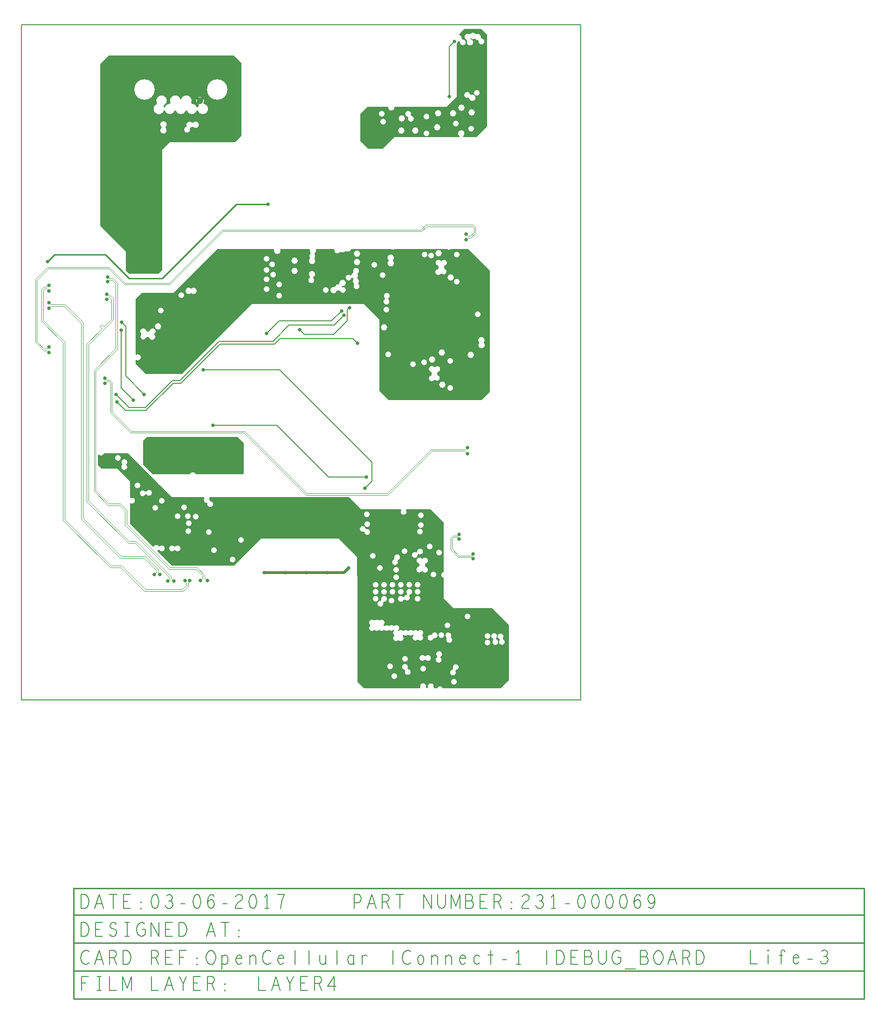
<source format=gbr>
G04 ================== begin FILE IDENTIFICATION RECORD ==================*
G04 Layout Name:  OC_Connect-1_DEBUG_Life-3.brd*
G04 Film Name:    L4S.gbr*
G04 File Format:  Gerber RS274X*
G04 File Origin:  Cadence Allegro 16.6-2015-S065*
G04 Origin Date:  Mon Mar 06 16:55:42 2017*
G04 *
G04 Layer:  VIA CLASS/L4_SIG2*
G04 Layer:  PIN/L4_SIG2*
G04 Layer:  ETCH/L4_SIG2*
G04 Layer:  DRAWING FORMAT/L4*
G04 Layer:  DRAWING FORMAT/FILM_LABEL_OUTLINE*
G04 Layer:  BOARD GEOMETRY/OUTLINE*
G04 *
G04 Offset:    (0.000 0.000)*
G04 Mirror:    No*
G04 Mode:      Positive*
G04 Rotation:  0*
G04 FullContactRelief:  No*
G04 UndefLineWidth:     6.000*
G04 ================== end FILE IDENTIFICATION RECORD ====================*
%FSLAX25Y25*MOIN*%
%IR0*IPPOS*OFA0.00000B0.00000*MIA0B0*SFA1.00000B1.00000*%
%ADD10C,.026*%
%ADD11C,.047244*%
%ADD12C,.0044*%
%ADD13C,.0056*%
%ADD14C,.00395*%
%ADD15C,.01*%
%ADD16C,.02*%
%ADD17C,.006*%
%ADD19C,.146114*%
%ADD18C,.042004*%
%ADD20C,.046004*%
G75*
%LPD*%
G75*
G36*
G01X295038Y8500D02*
G02X294667Y9049I0J400D01*
G03X290769I-1949J782D01*
G02X290398Y8500I-371J-149D01*
G01X289538D01*
G02X289167Y9049I0J400D01*
G03X285269I-1949J782D01*
G02X284898Y8500I-371J-149D01*
G01X244718D01*
X240318Y12900D01*
Y88100D01*
X239809Y88609D01*
Y102291D01*
X226700Y115400D01*
X171400D01*
X152000Y96000D01*
X107500D01*
X97241Y106259D01*
G02X97352Y106903I283J283D01*
G03X97942Y107322I-902J1897D01*
G02X98572Y107242I284J-281D01*
G03X98894Y109778I1815J1058D01*
G02X98264Y109858I-284J281D01*
G03X94553Y109702I-1815J-1058D01*
G02X93909Y109591I-361J172D01*
G01X77500Y126000D01*
Y140255D01*
G02X78076Y140614I400J0D01*
G03Y144386I924J1886D01*
G02X77500Y144745I-176J359D01*
G01Y152882D01*
G03Y152918I-2100J18D01*
G01Y156500D01*
X68500Y165500D01*
X57000D01*
X54500Y168000D01*
Y175000D01*
X54843Y175343D01*
G02X55406Y175345I283J-283D01*
G03X58916Y176347I1470J1500D01*
G01X58954Y176500D01*
X76000D01*
X97447Y155053D01*
X97460Y154999D01*
G03X98999Y153460I2039J501D01*
G01X99053Y153447D01*
X107600Y144900D01*
X130500D01*
G02X130820Y144260I0J-400D01*
G03X132542Y140900I1680J-1260D01*
G02X132942Y140420I8J-400D01*
G03X134958Y142100I2058J-420D01*
G02X134558Y142580I-8J400D01*
G03X134180Y144260I-2058J420D01*
G02X134500Y144900I320J240D01*
G01X234118D01*
X242618Y136400D01*
X271259D01*
G02X271577Y135758I0J-400D01*
G03X274917I1670J-1273D01*
G02X275235Y136400I318J243D01*
G01X292418D01*
X301918Y126900D01*
Y91516D01*
X301762Y91482D01*
G03Y87382I457J-2050D01*
G01X301918Y87347D01*
Y72600D01*
X308818Y65700D01*
X336718D01*
X348718Y53700D01*
Y14400D01*
X342818Y8500D01*
X301137D01*
G03X297299I-1919J-853D01*
G01X295038D01*
G37*
G36*
G01X76650Y304850D02*
X74500Y307000D01*
Y320850D01*
X56350Y339000D01*
Y454840D01*
X62168Y460659D01*
X152033D01*
X157250Y455441D01*
Y403020D01*
X152771Y398541D01*
X105979D01*
X100650Y393212D01*
Y307350D01*
X98150Y304850D01*
X76650D01*
G37*
G36*
G01X94000Y161500D02*
X87000Y168500D01*
Y185500D01*
X89500Y188000D01*
X154500D01*
X159000Y183500D01*
Y162000D01*
X158500Y161500D01*
X124571D01*
G03X120428I-2071J-1000D01*
G01X94000D01*
G37*
G36*
G01X180410Y322500D02*
G02X180782Y321952I0J-400D01*
G03X185055I2137J-852D01*
G02X185426Y322500I372J148D01*
G01X205839D01*
G02X206221Y321982I0J-400D01*
G03X206805Y319661I2197J-682D01*
G02X206747Y319043I-281J-285D01*
G03X206232Y316048I1171J-1743D01*
G02X206186Y315519I-321J-238D01*
G03X209489Y315376I1582J-1669D01*
G02Y315906I299J265D01*
G03X209482Y318702I-1571J1394D01*
G02X209578Y319314I298J267D01*
G03X210615Y321982I-1160J1986D01*
G02X210997Y322500I382J118D01*
G01X214790D01*
G03X214846I28J2300D01*
G01X222477D01*
G03X223510Y322202I1136J2000D01*
G02X223880Y321706I-18J-400D01*
G03X227763Y320196I2038J-506D01*
G02X228367Y320316I351J-191D01*
G03X231700Y320778I1451J1784D01*
G02X232249Y320882I327J-230D01*
G03X235799Y322500I1269J1918D01*
G01X264048D01*
G03X267352I1653J1600D01*
G01X303974D01*
G03X307462I1744J1500D01*
G01X319500D01*
X335000Y307000D01*
Y220500D01*
X329000Y214500D01*
X262660D01*
X256015Y221146D01*
Y271985D01*
X245000Y283000D01*
X164500D01*
X114500Y233000D01*
X89000D01*
X81500Y240500D01*
Y242776D01*
G02X82111Y243115I400J0D01*
G03Y246685I1107J1785D01*
G02X81500Y247024I-211J340D01*
G01Y286500D01*
X86000Y291000D01*
X108500D01*
X140000Y322500D01*
X180410D01*
G37*
G36*
G01X248100Y394100D02*
X242400Y399800D01*
Y418900D01*
X247700Y424200D01*
X261816D01*
G02X262214Y423756I0J-400D01*
G03X266786I2286J-256D01*
G02X267184Y424200I398J44D01*
G01X304200D01*
X311300Y431300D01*
Y468948D01*
G03X311994Y470434I-1600J1653D01*
G02X312419Y470805I399J-29D01*
G03X313131Y470869I150J2295D01*
G02X313624Y470421I98J-388D01*
G03X317140Y468571I2076J-321D01*
G03X315287Y472159I-1439J1529D01*
G02X314822Y472634I-74J393D01*
G03X313235Y475302I-2252J467D01*
G02X313068Y475968I116J383D01*
G01X316777Y479677D01*
X328923D01*
X332800Y475800D01*
Y409900D01*
X325300Y402400D01*
X316066D01*
G02X315834Y403126I0J400D01*
G03X313166I-1334J1874D01*
G02X312934Y402400I-232J-326D01*
G01X266600D01*
X258300Y394100D01*
X248100D01*
G37*
%LPC*%
G75*
G36*
G01X272525Y46356D02*
G03X272522Y45732I249J-313D01*
G02X269772Y42560I-1322J-1632D01*
G03X269228I-272J-293D01*
G02X266506Y45754I-1428J1540D01*
G03X266493Y46394I-246J315D01*
G02X266507Y49816I1225J1706D01*
G03X266542Y50112I-115J163D01*
G02X266520Y50137I1576J1388D01*
G03X266216I-152J-130D01*
G02X263191Y49959I-1598J1363D01*
G03X262631Y49943I-272J-293D01*
G02X259648Y49900I-1513J1457D01*
G03X259088I-280J-286D01*
G02X256148I-1470J1500D01*
G03X255588I-280J-286D01*
G02X252648I-1470J1500D01*
G03X252088I-280J-286D01*
G02X249358Y53080I-1470J1500D01*
G03Y53720I-240J320D01*
G02X252088Y56900I1260J1680D01*
G03X252648I280J286D01*
G02X255588I1470J-1500D01*
G03X256148I280J286D01*
G02X258878Y53720I1470J-1500D01*
G03Y53080I240J-320D01*
G02X259088Y52900I-1260J-1680D01*
G03X259648I280J286D01*
G02X262545Y52941I1470J-1500D01*
G03X263105Y52957I272J293D01*
G02X266088Y53000I1513J-1457D01*
G03X266648I280J286D01*
G02X269329Y49784I1470J-1500D01*
G03X269294Y49488I115J-163D01*
G02X269355Y49416I-1577J-1388D01*
G03X269659Y49407I156J125D01*
G02X272688Y49500I1559J-1407D01*
G03X273248I280J286D01*
G02X276188I1470J-1500D01*
G03X276748I280J286D01*
G02X279688I1470J-1500D01*
G03X280248I280J286D01*
G02X283188I1470J-1500D01*
G03X283748I280J286D01*
G02X286718Y46530I1470J-1500D01*
G03Y45970I286J-280D01*
G02X283748Y43000I-1500J-1470D01*
G03X283188I-280J-286D01*
G02X280218Y45970I-1470J1500D01*
G03Y46530I-286J280D01*
G02X280120Y46637I1500J1470D01*
G03X279816I-152J-130D01*
G02X276748Y46500I-1598J1363D01*
G03X276188I-280J-286D01*
G02X273248I-1470J1500D01*
G03X272688I-280J-286D01*
G02X272525Y46356I-1470J1500D01*
G37*
G36*
G01X341967Y42916D02*
G03X341823Y43556I-295J270D01*
G02X344169Y44084I795J1944D01*
G03X344313Y43444I295J-270D01*
G02X341967Y42916I-795J-1944D01*
G37*
G36*
G01X339355Y44080D02*
G03X339483Y43392I255J-309D01*
G02X337481Y43020I-665J-1992D01*
G03X337353Y43708I-255J309D01*
G02X339355Y44080I665J1992D01*
G37*
G36*
G01X310323Y20789D02*
G02X308433Y21755I-1770J-1130D01*
G03X308748Y22370I-23J399D01*
G02X310637Y21403I1770J1130D01*
G03X310323Y20789I23J-399D01*
G37*
G36*
G01X276363Y22095D02*
G02X274393Y21039I-145J-2095D01*
G03X274073Y21636I-348J198D01*
G02X276043Y22692I145J2095D01*
G03X276363Y22095I348J-198D01*
G37*
G36*
G01X258656Y69663D02*
G02X256964Y70938I-1938J-810D01*
G03X257380Y71490I47J397D01*
G02X259072Y70214I1938J810D01*
G03X258656Y69663I-47J-397D01*
G37*
G36*
G01X273334Y71712D02*
G02X272998Y73560I-2016J588D01*
G03X273702Y73688I320J240D01*
G02X275530Y75192I2016J-588D01*
G03X275786Y75864I-36J398D01*
G02X277506Y75208I1532J1436D01*
G03X277250Y74536I36J-398D01*
G02X274038Y71840I-1532J-1436D01*
G03X273334Y71712I-320J-240D01*
G37*
G36*
G01X283310Y103956D02*
G02X282337Y105422I-2076J-320D01*
G03X282942Y105824I210J340D01*
G02X283915Y104357I2076J320D01*
G03X283310Y103956I-210J-340D01*
G37*
G36*
G01X88650Y147021D02*
G02X88530Y148831I-1950J779D01*
G03X89250Y148879I348J196D01*
G02X89370Y147069I1950J-779D01*
G03X88650Y147021I-348J-196D01*
G37*
G36*
G01X299749Y30986D02*
G03X299693Y30327I196J-348D01*
G02X297334Y30530I-1327J-1628D01*
G03X297391Y31188I-196J348D01*
G02X299749Y30986I1327J1628D01*
G37*
G36*
G01X289038Y28740D02*
G03X288398I-320J-240D01*
G02Y31260I-1680J1260D01*
G03X289038I320J240D01*
G02Y28740I1680J-1260D01*
G37*
G36*
G01X307029Y45136D02*
G03X307141Y44608I345J-203D01*
G02X304108Y43964I-1222J-1708D01*
G03X303996Y44492I-345J203D01*
G02X307029Y45136I1222J1708D01*
G37*
G36*
G01X295023Y44159D02*
G03X294548Y43894I-94J-389D01*
G02X293045Y46582I-1998J648D01*
G03X293520Y46848I94J389D01*
G02X295023Y44159I1998J-648D01*
G37*
G36*
G01X288869Y97529D02*
G03X288549Y97033I67J-394D01*
G02X288471Y95726I-2031J-533D01*
G03X288791Y95182I372J-147D01*
G02X286807Y91883I-272J-2082D01*
G03X286167Y91899I-326J-232D01*
G02X284216Y95278I-1649J1301D01*
G03X284536Y95806I-58J396D01*
G02X284514Y97128I1982J694D01*
G03X284210Y97640I-382J120D01*
G02X286290Y100971I408J2060D01*
G03X286914Y100955I318J242D01*
G02X288869Y97529I1604J-1355D01*
G37*
G36*
G01X266497Y100506D02*
G03X266737Y101066I-118J382D01*
G02X269239Y99994I1881J934D01*
G03X268999Y99434I118J-382D01*
G02X266497Y100506I-1881J-934D01*
G37*
G36*
G01X109951Y107022D02*
G03X109316I-317J-243D01*
G02Y109578I-1667J1277D01*
G03X109951I317J243D01*
G02Y107022I1667J-1278D01*
G37*
G36*
G01X246107Y122446D02*
G03X246624Y122105I398J41D01*
G02X245160Y119886I625J-2005D01*
G03X244643Y120227I-398J-41D01*
G02X246107Y122446I-625J2005D01*
G37*
G36*
G01X75000Y168530D02*
G03Y167970I286J-280D01*
G02X72000I-1500J-1470D01*
G03Y168530I-286J280D01*
G02X75000I1500J1470D01*
G37*
G36*
G01X117883Y409708D02*
G03X118145Y410259I-102J387D01*
G02X122070Y412602I2096J947D01*
G03X122706I318J243D01*
G02Y409810I1828J-1396D01*
G03X122070I-318J-243D01*
G02X120682Y408948I-1828J1396D01*
G03X120384Y408415I77J-393D01*
G02X117883Y409708I-1966J-738D01*
G37*
G36*
G01X102953Y409615D02*
G03Y408979I243J-318D01*
G02X100161I-1396J-1828D01*
G03Y409615I-243J318D01*
G02X102953I1396J1828D01*
G37*
G36*
G01X101729Y421281D02*
G02X96690Y425962I-3559J1221D01*
G03X96879Y426529I-157J368D01*
G02X101619Y424949I3260J1879D01*
G03X101430Y424381I157J-368D01*
G02X101729Y423724I-3260J-1879D01*
G03X102485I378J130D01*
G02X106187Y426262I3559J-1221D01*
G03X106566Y426830I15J400D01*
G02X113540Y429629I3415J1578D01*
G03X114296I378J130D01*
G02X121270Y426830I3559J-1221D01*
G03X121649Y426262I363J-168D01*
G02X125351Y423724I143J-3760D01*
G03X126107I378J130D01*
G02X126906Y425060I3559J-1221D01*
G03X126746Y425708I-293J272D01*
G02X130079Y426820I952J2699D01*
G03X130340Y426204I333J-222D01*
G02X126107Y421281I-674J-3702D01*
G03X125351I-378J-130D01*
G02X118233I-3559J1221D01*
G03X117477I-378J-130D01*
G02X110359I-3559J1221D01*
G03X109603I-378J-130D01*
G02X102485I-3559J1221D01*
G03X101729I-378J-130D01*
G37*
G36*
G01X262229Y286393D02*
G02X259965Y286535I-1242J-1693D01*
G03X260007Y287207I-195J349D01*
G02X262271Y287065I1242J1693D01*
G03X262229Y286393I195J-349D01*
G37*
G36*
G01X240970Y297308D02*
G02X237880Y296878I-1352J-1608D01*
G03X237781Y297428I-331J224D01*
G02X237397Y300826I1337J1872D01*
G03X237278Y301448I-299J265D01*
G02X236660Y301906I1040J2052D01*
G03X235974Y301672I-288J-277D01*
G02X235347Y303409I-2088J228D01*
G03X236024Y303668I278J287D01*
G02X237197Y305509I2294J-168D01*
G03X237373Y306009I-195J349D01*
G02X240497Y305062I1945J791D01*
G03X240365Y304548I225J-331D01*
G02X240039Y301974I-2047J-1049D01*
G03X240158Y301352I299J-265D01*
G02X240915Y297864I-1040J-2052D01*
G03X240970Y297308I312J-250D01*
G37*
G36*
G01X297317Y232755D02*
G03X297605Y232243I381J-123D01*
G02X295669Y228680I-487J-2043D01*
G03X295074Y228632I-276J-290D01*
G02X293096Y231978I-1674J1268D01*
G03X293403Y232538I-58J396D01*
G02X293314Y234028I1915J862D01*
G03X293010Y234540I-382J120D01*
G02X295090Y237871I408J2060D01*
G03X295714Y237855I318J242D01*
G02X297669Y234429I1604J-1355D01*
G03X297349Y233933I67J-394D01*
G02X297317Y232755I-2031J-533D01*
G37*
G36*
G01X330618Y255623D02*
G03X330626Y255345I148J-135D01*
G02X327319Y255250I-1608J-1645D01*
G03X327311Y255528I-148J135D01*
G02X330618Y255623I1608J1645D01*
G37*
G36*
G01X91448Y259149D02*
G03X90952Y259469I-394J-67D01*
G02X89695Y259528I-533J2031D01*
G03X89167Y259240I-138J-376D01*
G02X85712Y261260I-2049J460D01*
G03X85696Y261868I-268J297D01*
G02X89100Y263772I1322J1632D01*
G03X89644Y263452I397J52D01*
G02X91192I774J-1952D01*
G03X91736Y263772I147J372D01*
G02X94943Y261726I2082J-273D01*
G03X94895Y261086I214J-338D01*
G02X91448Y259149I-1376J-1586D01*
G37*
G36*
G01X121404Y290763D02*
G03X121132I-136J-147D01*
G02Y294137I-1564J1687D01*
G03X121404I136J147D01*
G02Y290763I1564J-1687D01*
G37*
G36*
G01X225926Y292677D02*
G03X225438Y292396I-103J-387D01*
G02X223810Y295223I-2219J604D01*
G03X224299Y295504I103J387D01*
G02X226905Y297168I2219J-604D01*
G03X227364Y297642I67J394D01*
G02X229231Y295832I2254J458D01*
G03X228772Y295358I-67J-394D01*
G02X228796Y295220I-2254J-460D01*
G03X229066Y295061I198J28D01*
G02X227812Y292477I752J-1961D01*
G03X227295Y292735I-382J-119D01*
G02X225926Y292677I-777J2165D01*
G37*
G36*
G01X208677Y302309D02*
G03X208585Y301640I167J-364D01*
G02X206260Y301902I-1358J-1602D01*
G03X206319Y302575I-184J355D01*
G02X208677Y302309I1400J1825D01*
G37*
G36*
G01X302117Y308755D02*
G03X302405Y308243I381J-123D01*
G02X300356Y304796I-487J-2043D01*
G03X299724Y304748I-297J-267D01*
G02X297851Y307997I-1756J1152D01*
G03X298195Y308557I-22J399D01*
G02X298114Y310028I1924J843D01*
G03X297810Y310540I-382J120D01*
G02X299890Y313871I408J2060D01*
G03X300514Y313855I318J242D01*
G02X302469Y310429I1604J-1355D01*
G03X302149Y309933I67J-394D01*
G02X302117Y308755I-2031J-533D01*
G37*
G36*
G01X265561Y314447D02*
G03Y313853I268J-297D01*
G02X262475I-1543J-1706D01*
G03Y314447I-268J297D01*
G02X265561I1543J1706D01*
G37*
G36*
G01X278375Y418150D02*
G03X278690Y417585I363J-168D01*
G02X276531Y416382I-253J-2085D01*
G03X276216Y416947I-363J168D01*
G02X278375Y418150I253J2085D01*
G37*
G36*
G01X320773Y432838D02*
G03X321350Y432547I395J64D01*
G02X320113Y430257I1050J-2047D01*
G03X319552Y430581I-398J-42D01*
G02X320773Y432838I-853J1919D01*
G37*
G36*
G01X320945Y472772D02*
G03X321081Y472468I169J-107D01*
G02X318638Y471220I-381J-2268D01*
G03X318387Y471783I-358J177D01*
G02X320385Y475836I613J2217D01*
G03X320963Y475940I241J319D01*
G02X324841Y475934I1937J-1240D01*
G03X325113Y475870I169J107D01*
G02X328521Y473302I1187J-1970D01*
G03X328922Y472799I386J-104D01*
G02X326944Y471130I78J-2099D01*
G03X326515Y471610I-392J82D01*
G02X324359Y472666I-215J2290D01*
G03X324087Y472730I-169J-107D01*
G02X321354Y472997I-1187J1970D01*
G03X321042Y472941I-134J-148D01*
G02X320945Y472772I-2042J1059D01*
G37*
G54D19*
X88052Y436282D03*
X139784D03*
G54D18*
X309218Y13032D03*
X318818Y59700D03*
X333118Y45600D03*
X333418Y41000D03*
X253318Y82300D03*
X259318D03*
X265318D03*
X271318D03*
X277318D03*
X283318D03*
X253318Y77300D03*
X259318D03*
X265318D03*
X271318D03*
X283318D03*
X267850Y87700D03*
Y93200D03*
X285589Y131916D03*
X285618Y125200D03*
X298518Y105513D03*
X246950Y132800D03*
X247250Y125700D03*
X285000Y120500D03*
X292018Y109600D03*
X256436Y94500D03*
X251320Y103200D03*
X274000Y106400D03*
X294600Y89800D03*
X264718Y70987D03*
X253318Y72300D03*
X283318D03*
X287218Y22500D03*
X263550Y24000D03*
X266718Y16968D03*
X300218Y46500D03*
X304618Y53300D03*
X274218Y29500D03*
X119000Y131500D03*
X151000Y100500D03*
X95500Y137500D03*
X124500Y131000D03*
X156874Y114500D03*
X111618Y131282D03*
X116400Y137800D03*
X137500Y107000D03*
X119518Y126300D03*
X119168Y120750D03*
X134000Y120000D03*
X100118Y142500D03*
X83000Y153500D03*
X69000Y173000D03*
X293018Y317600D03*
X311418Y318468D03*
Y299132D03*
X326118Y275800D03*
X306718Y223132D03*
Y242469D03*
X252218Y311000D03*
X288418Y318368D03*
X258318Y303778D03*
X260887Y278900D03*
X287918Y241500D03*
X280018Y240100D03*
X262174Y247000D03*
X179401Y311265D03*
X179835Y303906D03*
X217718Y293000D03*
X175250Y315400D03*
Y307400D03*
Y300600D03*
Y293800D03*
X184250Y297200D03*
X184150Y289200D03*
X99500Y278300D03*
X114418Y289500D03*
X325776Y434100D03*
X310706Y412000D03*
X321468Y408532D03*
X258500Y413500D03*
X289563Y405000D03*
X257532Y418969D03*
X289532Y416969D03*
G54D20*
X306918Y302200D03*
X298281Y319300D03*
X321318Y246700D03*
X301018Y225400D03*
X300618Y248300D03*
X293581Y243300D03*
X259418Y266500D03*
X239918Y319000D03*
X239818Y312950D03*
X195118Y306700D03*
X195318Y313900D03*
X97718Y266900D03*
X314500Y423500D03*
X308500Y419500D03*
X322000Y420000D03*
X271500Y407000D03*
X297294Y409500D03*
X272100Y415600D03*
X298000Y419500D03*
X281668Y407000D03*
%LPD*%
G75*
G54D10*
X57500Y169500D03*
Y173000D03*
X59500Y226500D03*
Y230000D03*
X19500Y279900D03*
Y283900D03*
Y292500D03*
Y296500D03*
X18500Y313500D03*
X19500Y248500D03*
Y252500D03*
X94798Y89700D03*
X98938D03*
X104600Y85000D03*
X109034Y85200D03*
X116917Y85299D03*
X120333D03*
X127917D03*
X132800Y85300D03*
X129418Y173000D03*
X99418Y242932D03*
X93918D03*
X87718Y245200D03*
X79950Y214500D03*
X68200Y213000D03*
X87618Y218500D03*
X67600D03*
X130000Y236000D03*
X89500Y178000D03*
X94500D03*
Y183000D03*
X89500D03*
X61000Y286500D03*
Y290000D03*
X61500Y299000D03*
Y302500D03*
X71300Y264250D03*
X71600Y270000D03*
X78518Y306800D03*
X84418Y307100D03*
X89818D03*
X89418Y312500D03*
X84218Y312700D03*
X78418Y312500D03*
X203700Y91000D03*
X173700D03*
X188700D03*
X134418Y173000D03*
X154418D03*
X149418D03*
X144418D03*
X139418D03*
X137000Y196500D03*
X175418Y262000D03*
X199018Y264700D03*
X176118Y354500D03*
X253800Y29500D03*
X257118D03*
X260218D03*
X263550D03*
X253300Y41000D03*
X268900Y36500D03*
X265718D03*
X262600D03*
X272100D03*
X259500Y41000D03*
X262600D03*
X265718D03*
X256400D03*
X253000Y36300D03*
X256400Y36500D03*
X259500D03*
X234000Y94500D03*
X218700Y91000D03*
X245518Y151500D03*
X246518Y159500D03*
X276550Y224300D03*
Y229800D03*
X240318Y255100D03*
X230718Y274900D03*
X228950Y278104D03*
X234500Y280500D03*
X246000Y405132D03*
Y410131D03*
X250700Y397300D03*
X246000Y415131D03*
X341918Y26300D03*
X335718D03*
X330218Y26200D03*
X317918Y26300D03*
X324718Y26600D03*
X331918Y31900D03*
X336318Y32100D03*
X342118D03*
X322818Y100900D03*
X313038Y118500D03*
X322818Y104300D03*
X313038Y115100D03*
X318918Y176100D03*
Y180400D03*
X279218Y235200D03*
X281250Y300300D03*
Y305800D03*
X283918Y311200D03*
X318017Y329199D03*
X317916Y332894D03*
X310032Y426800D03*
X306095Y431300D03*
X320500Y478100D03*
X309700Y470600D03*
G54D11*
X127698Y428408D03*
G54D12*
G01X19500Y248500D02*
X18200Y249800D01*
X15944D01*
X10000Y255744D01*
Y300656D01*
X18744Y309400D01*
X62656D01*
X74056Y298000D01*
X105444D01*
X143444Y336000D01*
X285444D01*
X289044Y339600D01*
X322956D01*
X324600Y337956D01*
Y333544D01*
X321552Y330496D01*
X319315D01*
X318017Y329199D01*
G01X19500Y252500D02*
X17900Y250900D01*
X16400D01*
X11100Y256200D01*
Y300200D01*
X19200Y308300D01*
X62200D01*
X73600Y296900D01*
X105900D01*
X143900Y334900D01*
X285900D01*
X289500Y338500D01*
X322500D01*
X323500Y337500D01*
Y334000D01*
X321096Y331596D01*
X319315D01*
X318017Y332894D01*
X317916D01*
G01X59500Y226500D02*
X60700Y227700D01*
X62444D01*
X63500Y226644D01*
Y205500D01*
X78000Y191000D01*
X159000D01*
X203500Y146500D01*
X262000D01*
X293500Y178000D01*
X317018D01*
X318918Y176100D01*
G01Y180400D02*
X317618Y179100D01*
X293044D01*
X261544Y147600D01*
X203956D01*
X159456Y192100D01*
X78456D01*
X64600Y205956D01*
Y227100D01*
X62900Y228800D01*
X60700D01*
X59500Y230000D01*
G01X322818Y100900D02*
X322716D01*
X321516Y102100D01*
X312144D01*
X306800Y107444D01*
Y115782D01*
X308518Y117500D01*
X312038D01*
X313038Y118500D01*
G01X322818Y104300D02*
Y103640D01*
X322378Y103200D01*
X312600D01*
X307900Y107900D01*
Y115326D01*
X308974Y116400D01*
X312140D01*
X313038Y115502D01*
Y115100D01*
G54D13*
G01X79950Y214500D02*
X71300Y223150D01*
Y264250D01*
G01X68200Y213000D02*
X74200Y207000D01*
X89000D01*
X108500Y226500D01*
X114000D01*
X142000Y254500D01*
X181000D01*
X185000Y258500D01*
X236918D01*
X240318Y255100D01*
G01X87618Y218500D02*
X74500Y231618D01*
Y267100D01*
X71600Y270000D01*
G01X67600Y218500D02*
X77100Y209000D01*
X88500D01*
X108000Y228500D01*
X113400D01*
X141400Y256500D01*
X180000D01*
X191391Y267891D01*
X223709D01*
X230718Y274900D01*
G01X130000Y236000D02*
X184500D01*
X250518Y169982D01*
Y156500D01*
X245518Y151500D01*
G01X137000Y196500D02*
X182600D01*
X219600Y159500D01*
X246518D01*
G01X228950Y278104D02*
X221746Y270900D01*
X184318D01*
X175418Y262000D01*
G01X234500Y280500D02*
X233000Y279000D01*
Y271182D01*
X223318Y261500D01*
X202218D01*
X199018Y264700D01*
G01X306095Y431300D02*
Y466995D01*
X309700Y470600D01*
G54D14*
G01X116917Y85299D02*
X117975Y84242D01*
Y81911D01*
X115064Y79000D01*
X88500D01*
X71500Y96000D01*
X64000D01*
X31000Y129000D01*
Y256000D01*
X15500Y271500D01*
Y293161D01*
X16339Y294000D01*
X18000D01*
X19500Y292500D01*
G01X120333Y85299D02*
X119275Y84242D01*
Y81373D01*
X115603Y77700D01*
X87962D01*
X70962Y94700D01*
X63462D01*
X29700Y128462D01*
Y255461D01*
X14200Y270962D01*
Y293700D01*
X15800Y295300D01*
X18300D01*
X19500Y296500D01*
G01Y279900D02*
X20850Y281250D01*
X30612D01*
X42500Y269362D01*
Y129500D01*
X70598Y101402D01*
X87636D01*
X96218Y92821D01*
Y91120D01*
X94798Y89700D01*
G01X98938D02*
X97518Y91120D01*
Y93359D01*
X88175Y102703D01*
X71136D01*
X43800Y130039D01*
Y269900D01*
X31150Y282550D01*
X20850D01*
X19500Y283900D01*
G01X104600Y85000D02*
X106000Y86532D01*
Y87343D01*
X81343Y112000D01*
X76500D01*
X46700Y141800D01*
Y254700D01*
X57196Y265196D01*
Y265754D01*
X56304Y266646D01*
Y267304D01*
X57063Y268063D01*
X57622D01*
X58513Y267172D01*
X59172D01*
X64200Y272200D01*
Y286461D01*
X63062Y287600D01*
X62100D01*
X61000Y286500D01*
G01X109034Y85200D02*
X107300Y86784D01*
Y87881D01*
X81881Y113300D01*
X77038D01*
X48000Y142338D01*
Y254161D01*
X65500Y271662D01*
Y287000D01*
X63600Y288900D01*
X62100D01*
X61000Y290000D01*
G01X61500Y299000D02*
X62600Y300100D01*
X64862D01*
X67400Y297562D01*
Y251338D01*
X51781Y235719D01*
Y149219D01*
X61800Y139200D01*
X70123D01*
X74000Y135323D01*
Y125162D01*
X105762Y93400D01*
X124970D01*
X129708Y88662D01*
Y87091D01*
X127917Y85299D01*
G01X61500Y302500D02*
X62600Y301400D01*
X65400D01*
X68700Y298100D01*
Y250800D01*
X53081Y235181D01*
Y149758D01*
X62338Y140500D01*
X70662D01*
X75300Y135862D01*
Y125700D01*
X106300Y94700D01*
X125508D01*
X131008Y89200D01*
Y87091D01*
X132800Y85300D01*
G54D15*
G01X37218Y-193700D02*
X602518D01*
G01X37218Y-213700D02*
X602718D01*
Y-134771D01*
G01X37218Y-134300D02*
Y-213700D01*
G01Y-173700D02*
X602718D01*
G01X37218Y-134500D02*
X602718D01*
G01X37218Y-153700D02*
X602618D01*
G01X18500Y313500D02*
X23500Y318500D01*
X60000D01*
X77000Y301500D01*
X100500D01*
X153500Y354500D01*
X176118D01*
G54D16*
G01X125332Y426043D02*
X127698Y428408D01*
G01D02*
X130063Y430773D01*
G01X125332D02*
X127698Y428408D01*
G01X203700Y91000D02*
X218700D01*
G01X173700D02*
X188700D01*
G01D02*
X203700D01*
G01X218700D02*
X230500D01*
X234000Y94500D01*
G54D17*
G01X43093Y-207500D02*
Y-197500D01*
X47843D01*
G01X46093Y-202333D02*
X43093D01*
G01X53968Y-197500D02*
X56968D01*
G01X55468D02*
Y-207500D01*
G01X53968D02*
X56968D01*
G01X62968Y-197500D02*
Y-207500D01*
X67968D01*
G01X72218D02*
Y-197500D01*
X75468Y-205833D01*
X78718Y-197500D01*
Y-207500D01*
G01X92968Y-197500D02*
Y-207500D01*
X97968D01*
G01X102343D02*
X105468Y-197500D01*
X108593Y-207500D01*
G01X107468Y-204000D02*
X103468D01*
G01X115468Y-207500D02*
Y-203000D01*
X112968Y-197500D01*
G01X117968D02*
X115468Y-203000D01*
G01X127968Y-207500D02*
X122968D01*
Y-197500D01*
X127968D01*
G01X125968Y-202333D02*
X122968D01*
G01X132968Y-207500D02*
Y-197500D01*
X136093D01*
X137093Y-198000D01*
X137718Y-198667D01*
X137968Y-200000D01*
X137718Y-201333D01*
X136968Y-202167D01*
X136093Y-202667D01*
X132968D01*
G01X136093D02*
X137968Y-207500D01*
G01X145468Y-207833D02*
X145218Y-207667D01*
Y-207333D01*
X145468Y-207167D01*
X145718Y-207333D01*
Y-207667D01*
X145468Y-207833D01*
G01Y-203334D02*
X145218Y-203167D01*
Y-202833D01*
X145468Y-202667D01*
X145718Y-202833D01*
Y-203167D01*
X145468Y-203334D01*
G01X48218Y-179834D02*
X47468Y-179333D01*
X46593Y-179000D01*
X45593D01*
X44468Y-179500D01*
X43593Y-180333D01*
X42968Y-181333D01*
X42468Y-183000D01*
X42343Y-184500D01*
X42593Y-186000D01*
X42968Y-187000D01*
X43718Y-188000D01*
X44593Y-188667D01*
X45468Y-189000D01*
X46343D01*
X47218Y-188667D01*
X47968Y-188167D01*
X48593Y-187500D01*
G01X52343Y-189000D02*
X55468Y-179000D01*
X58593Y-189000D01*
G01X57468Y-185500D02*
X53468D01*
G01X62968Y-189000D02*
Y-179000D01*
X66093D01*
X67093Y-179500D01*
X67718Y-180167D01*
X67968Y-181500D01*
X67718Y-182833D01*
X66968Y-183667D01*
X66093Y-184167D01*
X62968D01*
G01X66093D02*
X67968Y-189000D01*
G01X72718D02*
Y-179000D01*
X75218D01*
X76218Y-179500D01*
X76968Y-180167D01*
X77593Y-181166D01*
X78093Y-182334D01*
X78218Y-184000D01*
X78093Y-185667D01*
X77593Y-186834D01*
X76968Y-187834D01*
X76218Y-188500D01*
X75218Y-189000D01*
X72718D01*
G01X92968D02*
Y-179000D01*
X96093D01*
X97093Y-179500D01*
X97718Y-180167D01*
X97968Y-181500D01*
X97718Y-182833D01*
X96968Y-183667D01*
X96093Y-184167D01*
X92968D01*
G01X96093D02*
X97968Y-189000D01*
G01X107968D02*
X102968D01*
Y-179000D01*
X107968D01*
G01X105968Y-183833D02*
X102968D01*
G01X113093Y-189000D02*
Y-179000D01*
X117843D01*
G01X116093Y-183833D02*
X113093D01*
G01X125468Y-189333D02*
X125218Y-189167D01*
Y-188833D01*
X125468Y-188667D01*
X125718Y-188833D01*
Y-189167D01*
X125468Y-189333D01*
G01Y-184834D02*
X125218Y-184667D01*
Y-184333D01*
X125468Y-184167D01*
X125718Y-184333D01*
Y-184667D01*
X125468Y-184834D01*
G01X135468Y-189000D02*
X134468Y-188833D01*
X133593Y-188167D01*
X132843Y-187167D01*
X132343Y-186000D01*
X132093Y-184667D01*
Y-183333D01*
X132343Y-182000D01*
X132843Y-180833D01*
X133593Y-179834D01*
X134468Y-179167D01*
X135468Y-179000D01*
X136468Y-179167D01*
X137343Y-179834D01*
X138093Y-180833D01*
X138593Y-182000D01*
X138843Y-183333D01*
Y-184667D01*
X138593Y-186000D01*
X138093Y-187167D01*
X137343Y-188167D01*
X136468Y-188833D01*
X135468Y-189000D01*
G01X143218Y-192333D02*
Y-182334D01*
G01Y-183833D02*
X143843Y-183000D01*
X144468Y-182500D01*
X145468Y-182334D01*
X146343Y-182500D01*
X147218Y-183333D01*
X147593Y-184500D01*
X147718Y-185667D01*
X147593Y-186834D01*
X147218Y-188000D01*
X146468Y-188667D01*
X145468Y-189000D01*
X144593Y-188833D01*
X143718Y-188334D01*
X143218Y-187667D01*
G01X153593Y-184500D02*
X157593D01*
X157218Y-183333D01*
X156593Y-182667D01*
X155718Y-182334D01*
X154843Y-182500D01*
X154093Y-183000D01*
X153593Y-184167D01*
X153343Y-185167D01*
Y-186167D01*
X153593Y-187167D01*
X154218Y-188167D01*
X154968Y-188833D01*
X155843Y-189000D01*
X156718Y-188667D01*
X157593Y-187667D01*
G01X163343Y-189000D02*
Y-182334D01*
G01Y-184000D02*
X163843Y-183167D01*
X164593Y-182500D01*
X165593Y-182334D01*
X166468Y-182500D01*
X167218Y-183167D01*
X167593Y-184333D01*
Y-189000D01*
G01X178218Y-179834D02*
X177468Y-179333D01*
X176593Y-179000D01*
X175593D01*
X174468Y-179500D01*
X173593Y-180333D01*
X172968Y-181333D01*
X172468Y-183000D01*
X172343Y-184500D01*
X172593Y-186000D01*
X172968Y-187000D01*
X173718Y-188000D01*
X174593Y-188667D01*
X175468Y-189000D01*
X176343D01*
X177218Y-188667D01*
X177968Y-188167D01*
X178593Y-187500D01*
G01X183593Y-184500D02*
X187593D01*
X187218Y-183333D01*
X186593Y-182667D01*
X185718Y-182334D01*
X184843Y-182500D01*
X184093Y-183000D01*
X183593Y-184167D01*
X183343Y-185167D01*
Y-186167D01*
X183593Y-187167D01*
X184218Y-188167D01*
X184968Y-188833D01*
X185843Y-189000D01*
X186718Y-188667D01*
X187593Y-187667D01*
G01X195468Y-189000D02*
Y-179000D01*
G01X205468Y-189000D02*
Y-179000D01*
G01X213343Y-182334D02*
Y-187000D01*
X213843Y-188167D01*
X214593Y-188833D01*
X215468Y-189000D01*
X216343Y-188833D01*
X217093Y-188167D01*
X217593Y-187000D01*
G01Y-189000D02*
Y-182334D01*
G01X225468Y-189000D02*
Y-179000D01*
G01X237718Y-189000D02*
Y-182334D01*
G01Y-183500D02*
X237218Y-182833D01*
X236468Y-182500D01*
X235593Y-182334D01*
X234718Y-182667D01*
X233968Y-183333D01*
X233468Y-184333D01*
X233218Y-185667D01*
X233468Y-187000D01*
X233968Y-188000D01*
X234718Y-188667D01*
X235593Y-189000D01*
X236468Y-188833D01*
X237218Y-188334D01*
X237718Y-187667D01*
G01X243718Y-189000D02*
Y-182334D01*
G01Y-183667D02*
X244343Y-183000D01*
X244968Y-182500D01*
X245843Y-182334D01*
X246468Y-182500D01*
X247218Y-183000D01*
G01X265468Y-189000D02*
Y-179000D01*
G01X278218Y-179834D02*
X277468Y-179333D01*
X276593Y-179000D01*
X275593D01*
X274468Y-179500D01*
X273593Y-180333D01*
X272968Y-181333D01*
X272468Y-183000D01*
X272343Y-184500D01*
X272593Y-186000D01*
X272968Y-187000D01*
X273718Y-188000D01*
X274593Y-188667D01*
X275468Y-189000D01*
X276343D01*
X277218Y-188667D01*
X277968Y-188167D01*
X278593Y-187500D01*
G01X285468Y-189000D02*
X284718Y-188833D01*
X283968Y-188167D01*
X283468Y-187000D01*
X283218Y-185667D01*
X283468Y-184333D01*
X283968Y-183167D01*
X284718Y-182500D01*
X285468Y-182334D01*
X286218Y-182500D01*
X286968Y-183167D01*
X287468Y-184333D01*
X287593Y-185667D01*
X287468Y-187000D01*
X286968Y-188167D01*
X286218Y-188833D01*
X285468Y-189000D01*
G01X293343D02*
Y-182334D01*
G01Y-184000D02*
X293843Y-183167D01*
X294593Y-182500D01*
X295593Y-182334D01*
X296468Y-182500D01*
X297218Y-183167D01*
X297593Y-184333D01*
Y-189000D01*
G01X303343D02*
Y-182334D01*
G01Y-184000D02*
X303843Y-183167D01*
X304593Y-182500D01*
X305593Y-182334D01*
X306468Y-182500D01*
X307218Y-183167D01*
X307593Y-184333D01*
Y-189000D01*
G01X313593Y-184500D02*
X317593D01*
X317218Y-183333D01*
X316593Y-182667D01*
X315718Y-182334D01*
X314843Y-182500D01*
X314093Y-183000D01*
X313593Y-184167D01*
X313343Y-185167D01*
Y-186167D01*
X313593Y-187167D01*
X314218Y-188167D01*
X314968Y-188833D01*
X315843Y-189000D01*
X316718Y-188667D01*
X317593Y-187667D01*
G01X327468Y-183167D02*
X326593Y-182500D01*
X325843Y-182334D01*
X324843Y-182667D01*
X324093Y-183333D01*
X323593Y-184500D01*
X323468Y-185667D01*
X323593Y-186834D01*
X324093Y-187834D01*
X324843Y-188667D01*
X325843Y-189000D01*
X326718Y-188667D01*
X327468Y-188000D01*
G01X335468Y-179000D02*
Y-189000D01*
G01X333718Y-182334D02*
X337218D01*
G01X343843Y-185667D02*
X347093D01*
G01X355468Y-189000D02*
Y-179000D01*
X353968Y-181000D01*
G01Y-189000D02*
X356968D01*
G01X375468D02*
Y-179000D01*
G01X382718Y-189000D02*
Y-179000D01*
X385218D01*
X386218Y-179500D01*
X386968Y-180167D01*
X387593Y-181166D01*
X388093Y-182334D01*
X388218Y-184000D01*
X388093Y-185667D01*
X387593Y-186834D01*
X386968Y-187834D01*
X386218Y-188500D01*
X385218Y-189000D01*
X382718D01*
G01X397968D02*
X392968D01*
Y-179000D01*
X397968D01*
G01X395968Y-183833D02*
X392968D01*
G01X406468Y-183667D02*
X406968Y-183167D01*
X407343Y-182334D01*
X407593Y-181166D01*
X407343Y-180167D01*
X406843Y-179500D01*
X405968Y-179000D01*
X402593D01*
Y-189000D01*
X406718D01*
X407593Y-188334D01*
X408093Y-187333D01*
X408343Y-186167D01*
X408093Y-185000D01*
X407343Y-184000D01*
X406468Y-183667D01*
X402593D01*
G01X412718Y-179000D02*
Y-186167D01*
X413218Y-187667D01*
X414218Y-188667D01*
X415468Y-189000D01*
X416718Y-188667D01*
X417718Y-187667D01*
X418218Y-186167D01*
Y-179000D01*
G01X426218Y-184000D02*
X428718D01*
Y-187000D01*
X427968Y-188000D01*
X427093Y-188667D01*
X425843Y-189000D01*
X424593Y-188667D01*
X423718Y-188000D01*
X422968Y-187000D01*
X422468Y-185833D01*
X422218Y-184500D01*
Y-183333D01*
X422468Y-182334D01*
X422968Y-181166D01*
X423718Y-180167D01*
X424468Y-179500D01*
X425468Y-179000D01*
X426343D01*
X427343Y-179333D01*
X428093Y-180000D01*
G01X431718Y-192333D02*
X439218D01*
G01X446468Y-183667D02*
X446968Y-183167D01*
X447343Y-182334D01*
X447593Y-181166D01*
X447343Y-180167D01*
X446843Y-179500D01*
X445968Y-179000D01*
X442593D01*
Y-189000D01*
X446718D01*
X447593Y-188334D01*
X448093Y-187333D01*
X448343Y-186167D01*
X448093Y-185000D01*
X447343Y-184000D01*
X446468Y-183667D01*
X442593D01*
G01X455468Y-189000D02*
X454468Y-188833D01*
X453593Y-188167D01*
X452843Y-187167D01*
X452343Y-186000D01*
X452093Y-184667D01*
Y-183333D01*
X452343Y-182000D01*
X452843Y-180833D01*
X453593Y-179834D01*
X454468Y-179167D01*
X455468Y-179000D01*
X456468Y-179167D01*
X457343Y-179834D01*
X458093Y-180833D01*
X458593Y-182000D01*
X458843Y-183333D01*
Y-184667D01*
X458593Y-186000D01*
X458093Y-187167D01*
X457343Y-188167D01*
X456468Y-188833D01*
X455468Y-189000D01*
G01X462343D02*
X465468Y-179000D01*
X468593Y-189000D01*
G01X467468Y-185500D02*
X463468D01*
G01X472968Y-189000D02*
Y-179000D01*
X476093D01*
X477093Y-179500D01*
X477718Y-180167D01*
X477968Y-181500D01*
X477718Y-182833D01*
X476968Y-183667D01*
X476093Y-184167D01*
X472968D01*
G01X476093D02*
X477968Y-189000D01*
G01X482718D02*
Y-179000D01*
X485218D01*
X486218Y-179500D01*
X486968Y-180167D01*
X487593Y-181166D01*
X488093Y-182334D01*
X488218Y-184000D01*
X488093Y-185667D01*
X487593Y-186834D01*
X486968Y-187834D01*
X486218Y-188500D01*
X485218Y-189000D01*
X482718D01*
G01X42718Y-149000D02*
Y-139000D01*
X45218D01*
X46218Y-139500D01*
X46968Y-140167D01*
X47593Y-141166D01*
X48093Y-142334D01*
X48218Y-144000D01*
X48093Y-145667D01*
X47593Y-146834D01*
X46968Y-147834D01*
X46218Y-148500D01*
X45218Y-149000D01*
X42718D01*
G01X52343D02*
X55468Y-139000D01*
X58593Y-149000D01*
G01X57468Y-145500D02*
X53468D01*
G01X65468Y-139000D02*
Y-149000D01*
G01X62593Y-139000D02*
X68343D01*
G01X77968Y-149000D02*
X72968D01*
Y-139000D01*
X77968D01*
G01X75968Y-143833D02*
X72968D01*
G01X85468Y-149333D02*
X85218Y-149167D01*
Y-148833D01*
X85468Y-148667D01*
X85718Y-148833D01*
Y-149167D01*
X85468Y-149333D01*
G01Y-144834D02*
X85218Y-144667D01*
Y-144333D01*
X85468Y-144167D01*
X85718Y-144333D01*
Y-144667D01*
X85468Y-144834D01*
G01X95468Y-139000D02*
X94468Y-139333D01*
X93718Y-140167D01*
X93218Y-141166D01*
X92843Y-142500D01*
X92718Y-144000D01*
X92843Y-145500D01*
X93218Y-146834D01*
X93718Y-147834D01*
X94468Y-148667D01*
X95468Y-149000D01*
X96468Y-148667D01*
X97218Y-147834D01*
X97718Y-146834D01*
X98093Y-145500D01*
X98218Y-144000D01*
X98093Y-142500D01*
X97718Y-141166D01*
X97218Y-140167D01*
X96468Y-139333D01*
X95468Y-139000D01*
G01X102718Y-147000D02*
X103468Y-148167D01*
X104468Y-148833D01*
X105593Y-149000D01*
X106593Y-148833D01*
X107593Y-148000D01*
X108218Y-147000D01*
X108343Y-146000D01*
X108093Y-144834D01*
X107218Y-144000D01*
X106343Y-143667D01*
X105218D01*
G01X106343D02*
X107093Y-143167D01*
X107718Y-142334D01*
X107968Y-141333D01*
X107718Y-140333D01*
X107093Y-139500D01*
X105968Y-139000D01*
X104843Y-139167D01*
X103718Y-139834D01*
G01X113843Y-145667D02*
X117093D01*
G01X125468Y-139000D02*
X124468Y-139333D01*
X123718Y-140167D01*
X123218Y-141166D01*
X122843Y-142500D01*
X122718Y-144000D01*
X122843Y-145500D01*
X123218Y-146834D01*
X123718Y-147834D01*
X124468Y-148667D01*
X125468Y-149000D01*
X126468Y-148667D01*
X127218Y-147834D01*
X127718Y-146834D01*
X128093Y-145500D01*
X128218Y-144000D01*
X128093Y-142500D01*
X127718Y-141166D01*
X127218Y-140167D01*
X126468Y-139333D01*
X125468Y-139000D01*
G01X133093Y-144834D02*
X133968Y-143667D01*
X134718Y-143000D01*
X135718Y-142667D01*
X136593Y-143000D01*
X137218Y-143667D01*
X137718Y-144667D01*
X137843Y-145833D01*
X137718Y-146834D01*
X137218Y-147834D01*
X136468Y-148667D01*
X135593Y-149000D01*
X134593Y-148667D01*
X133718Y-147667D01*
X133218Y-146167D01*
X133093Y-144500D01*
X133343Y-142334D01*
X133718Y-141166D01*
X134343Y-140000D01*
X135218Y-139167D01*
X136093Y-139000D01*
X136968Y-139333D01*
X137593Y-140167D01*
G01X143843Y-145667D02*
X147093D01*
G01X153093Y-140667D02*
X153843Y-139667D01*
X154718Y-139167D01*
X155718Y-139000D01*
X156968Y-139333D01*
X157843Y-140167D01*
X158093Y-141166D01*
X157968Y-142167D01*
X157468Y-143000D01*
X154968Y-144667D01*
X153843Y-145833D01*
X153093Y-147500D01*
X152843Y-149000D01*
X158093D01*
G01X165468Y-139000D02*
X164468Y-139333D01*
X163718Y-140167D01*
X163218Y-141166D01*
X162843Y-142500D01*
X162718Y-144000D01*
X162843Y-145500D01*
X163218Y-146834D01*
X163718Y-147834D01*
X164468Y-148667D01*
X165468Y-149000D01*
X166468Y-148667D01*
X167218Y-147834D01*
X167718Y-146834D01*
X168093Y-145500D01*
X168218Y-144000D01*
X168093Y-142500D01*
X167718Y-141166D01*
X167218Y-140167D01*
X166468Y-139333D01*
X165468Y-139000D01*
G01X175468Y-149000D02*
Y-139000D01*
X173968Y-141000D01*
G01Y-149000D02*
X176968D01*
G01X185218D02*
X185468Y-146834D01*
X185843Y-145000D01*
X186343Y-143333D01*
X186968Y-141500D01*
X187968Y-139000D01*
X182968D01*
G01X42718Y-169000D02*
Y-159000D01*
X45218D01*
X46218Y-159500D01*
X46968Y-160167D01*
X47593Y-161166D01*
X48093Y-162334D01*
X48218Y-164000D01*
X48093Y-165667D01*
X47593Y-166834D01*
X46968Y-167834D01*
X46218Y-168500D01*
X45218Y-169000D01*
X42718D01*
G01X57968D02*
X52968D01*
Y-159000D01*
X57968D01*
G01X55968Y-163833D02*
X52968D01*
G01X62843Y-167667D02*
X63843Y-168500D01*
X64968Y-169000D01*
X65968D01*
X66968Y-168500D01*
X67718Y-167667D01*
X68093Y-166500D01*
X67843Y-165334D01*
X67218Y-164333D01*
X66093Y-163667D01*
X64593Y-163333D01*
X63718Y-162667D01*
X63343Y-161500D01*
X63593Y-160333D01*
X64218Y-159500D01*
X65093Y-159000D01*
X65968D01*
X66843Y-159333D01*
X67593Y-160167D01*
G01X73968Y-159000D02*
X76968D01*
G01X75468D02*
Y-169000D01*
G01X73968D02*
X76968D01*
G01X86218Y-164000D02*
X88718D01*
Y-167000D01*
X87968Y-168000D01*
X87093Y-168667D01*
X85843Y-169000D01*
X84593Y-168667D01*
X83718Y-168000D01*
X82968Y-167000D01*
X82468Y-165833D01*
X82218Y-164500D01*
Y-163333D01*
X82468Y-162334D01*
X82968Y-161166D01*
X83718Y-160167D01*
X84468Y-159500D01*
X85468Y-159000D01*
X86343D01*
X87343Y-159333D01*
X88093Y-160000D01*
G01X92593Y-169000D02*
Y-159000D01*
X98343Y-169000D01*
Y-159000D01*
G01X107968Y-169000D02*
X102968D01*
Y-159000D01*
X107968D01*
G01X105968Y-163833D02*
X102968D01*
G01X112718Y-169000D02*
Y-159000D01*
X115218D01*
X116218Y-159500D01*
X116968Y-160167D01*
X117593Y-161166D01*
X118093Y-162334D01*
X118218Y-164000D01*
X118093Y-165667D01*
X117593Y-166834D01*
X116968Y-167834D01*
X116218Y-168500D01*
X115218Y-169000D01*
X112718D01*
G01X132343D02*
X135468Y-159000D01*
X138593Y-169000D01*
G01X137468Y-165500D02*
X133468D01*
G01X145468Y-159000D02*
Y-169000D01*
G01X142593Y-159000D02*
X148343D01*
G01X155468Y-169333D02*
X155218Y-169167D01*
Y-168833D01*
X155468Y-168667D01*
X155718Y-168833D01*
Y-169167D01*
X155468Y-169333D01*
G01Y-164834D02*
X155218Y-164667D01*
Y-164333D01*
X155468Y-164167D01*
X155718Y-164333D01*
Y-164667D01*
X155468Y-164834D01*
G01X0Y0D02*
X400000D01*
Y482677D01*
X0D01*
Y0D01*
G01X169468Y-197500D02*
Y-207500D01*
X174468D01*
G01X178843D02*
X181968Y-197500D01*
X185093Y-207500D01*
G01X183968Y-204000D02*
X179968D01*
G01X191968Y-207500D02*
Y-203000D01*
X189468Y-197500D01*
G01X194468D02*
X191968Y-203000D01*
G01X204468Y-207500D02*
X199468D01*
Y-197500D01*
X204468D01*
G01X202468Y-202333D02*
X199468D01*
G01X209468Y-207500D02*
Y-197500D01*
X212593D01*
X213593Y-198000D01*
X214218Y-198667D01*
X214468Y-200000D01*
X214218Y-201333D01*
X213468Y-202167D01*
X212593Y-202667D01*
X209468D01*
G01X212593D02*
X214468Y-207500D01*
G01X223468D02*
Y-197500D01*
X218843Y-204667D01*
X225093D01*
G01X237968Y-149000D02*
Y-139000D01*
X240968D01*
X241968Y-139500D01*
X242718Y-140667D01*
X242968Y-142000D01*
X242718Y-143333D01*
X242093Y-144333D01*
X240968Y-144834D01*
X237968D01*
G01X247343Y-149000D02*
X250468Y-139000D01*
X253593Y-149000D01*
G01X252468Y-145500D02*
X248468D01*
G01X257968Y-149000D02*
Y-139000D01*
X261093D01*
X262093Y-139500D01*
X262718Y-140167D01*
X262968Y-141500D01*
X262718Y-142833D01*
X261968Y-143667D01*
X261093Y-144167D01*
X257968D01*
G01X261093D02*
X262968Y-149000D01*
G01X270468Y-139000D02*
Y-149000D01*
G01X267593Y-139000D02*
X273343D01*
G01X287593Y-149000D02*
Y-139000D01*
X293343Y-149000D01*
Y-139000D01*
G01X297718D02*
Y-146167D01*
X298218Y-147667D01*
X299218Y-148667D01*
X300468Y-149000D01*
X301718Y-148667D01*
X302718Y-147667D01*
X303218Y-146167D01*
Y-139000D01*
G01X307218Y-149000D02*
Y-139000D01*
X310468Y-147333D01*
X313718Y-139000D01*
Y-149000D01*
G01X321468Y-143667D02*
X321968Y-143167D01*
X322343Y-142334D01*
X322593Y-141166D01*
X322343Y-140167D01*
X321843Y-139500D01*
X320968Y-139000D01*
X317593D01*
Y-149000D01*
X321718D01*
X322593Y-148334D01*
X323093Y-147333D01*
X323343Y-146167D01*
X323093Y-145000D01*
X322343Y-144000D01*
X321468Y-143667D01*
X317593D01*
G01X332968Y-149000D02*
X327968D01*
Y-139000D01*
X332968D01*
G01X330968Y-143833D02*
X327968D01*
G01X337968Y-149000D02*
Y-139000D01*
X341093D01*
X342093Y-139500D01*
X342718Y-140167D01*
X342968Y-141500D01*
X342718Y-142833D01*
X341968Y-143667D01*
X341093Y-144167D01*
X337968D01*
G01X341093D02*
X342968Y-149000D01*
G01X350468Y-149333D02*
X350218Y-149167D01*
Y-148833D01*
X350468Y-148667D01*
X350718Y-148833D01*
Y-149167D01*
X350468Y-149333D01*
G01Y-144834D02*
X350218Y-144667D01*
Y-144333D01*
X350468Y-144167D01*
X350718Y-144333D01*
Y-144667D01*
X350468Y-144834D01*
G01X358093Y-140667D02*
X358843Y-139667D01*
X359718Y-139167D01*
X360718Y-139000D01*
X361968Y-139333D01*
X362843Y-140167D01*
X363093Y-141166D01*
X362968Y-142167D01*
X362468Y-143000D01*
X359968Y-144667D01*
X358843Y-145833D01*
X358093Y-147500D01*
X357843Y-149000D01*
X363093D01*
G01X367718Y-147000D02*
X368468Y-148167D01*
X369468Y-148833D01*
X370593Y-149000D01*
X371593Y-148833D01*
X372593Y-148000D01*
X373218Y-147000D01*
X373343Y-146000D01*
X373093Y-144834D01*
X372218Y-144000D01*
X371343Y-143667D01*
X370218D01*
G01X371343D02*
X372093Y-143167D01*
X372718Y-142334D01*
X372968Y-141333D01*
X372718Y-140333D01*
X372093Y-139500D01*
X370968Y-139000D01*
X369843Y-139167D01*
X368718Y-139834D01*
G01X380468Y-149000D02*
Y-139000D01*
X378968Y-141000D01*
G01Y-149000D02*
X381968D01*
G01X388843Y-145667D02*
X392093D01*
G01X400468Y-139000D02*
X399468Y-139333D01*
X398718Y-140167D01*
X398218Y-141166D01*
X397843Y-142500D01*
X397718Y-144000D01*
X397843Y-145500D01*
X398218Y-146834D01*
X398718Y-147834D01*
X399468Y-148667D01*
X400468Y-149000D01*
X401468Y-148667D01*
X402218Y-147834D01*
X402718Y-146834D01*
X403093Y-145500D01*
X403218Y-144000D01*
X403093Y-142500D01*
X402718Y-141166D01*
X402218Y-140167D01*
X401468Y-139333D01*
X400468Y-139000D01*
G01X410468D02*
X409468Y-139333D01*
X408718Y-140167D01*
X408218Y-141166D01*
X407843Y-142500D01*
X407718Y-144000D01*
X407843Y-145500D01*
X408218Y-146834D01*
X408718Y-147834D01*
X409468Y-148667D01*
X410468Y-149000D01*
X411468Y-148667D01*
X412218Y-147834D01*
X412718Y-146834D01*
X413093Y-145500D01*
X413218Y-144000D01*
X413093Y-142500D01*
X412718Y-141166D01*
X412218Y-140167D01*
X411468Y-139333D01*
X410468Y-139000D01*
G01X420468D02*
X419468Y-139333D01*
X418718Y-140167D01*
X418218Y-141166D01*
X417843Y-142500D01*
X417718Y-144000D01*
X417843Y-145500D01*
X418218Y-146834D01*
X418718Y-147834D01*
X419468Y-148667D01*
X420468Y-149000D01*
X421468Y-148667D01*
X422218Y-147834D01*
X422718Y-146834D01*
X423093Y-145500D01*
X423218Y-144000D01*
X423093Y-142500D01*
X422718Y-141166D01*
X422218Y-140167D01*
X421468Y-139333D01*
X420468Y-139000D01*
G01X430468D02*
X429468Y-139333D01*
X428718Y-140167D01*
X428218Y-141166D01*
X427843Y-142500D01*
X427718Y-144000D01*
X427843Y-145500D01*
X428218Y-146834D01*
X428718Y-147834D01*
X429468Y-148667D01*
X430468Y-149000D01*
X431468Y-148667D01*
X432218Y-147834D01*
X432718Y-146834D01*
X433093Y-145500D01*
X433218Y-144000D01*
X433093Y-142500D01*
X432718Y-141166D01*
X432218Y-140167D01*
X431468Y-139333D01*
X430468Y-139000D01*
G01X438093Y-144834D02*
X438968Y-143667D01*
X439718Y-143000D01*
X440718Y-142667D01*
X441593Y-143000D01*
X442218Y-143667D01*
X442718Y-144667D01*
X442843Y-145833D01*
X442718Y-146834D01*
X442218Y-147834D01*
X441468Y-148667D01*
X440593Y-149000D01*
X439593Y-148667D01*
X438718Y-147667D01*
X438218Y-146167D01*
X438093Y-144500D01*
X438343Y-142334D01*
X438718Y-141166D01*
X439343Y-140000D01*
X440218Y-139167D01*
X441093Y-139000D01*
X441968Y-139333D01*
X442593Y-140167D01*
G01X448343Y-147834D02*
X449218Y-148667D01*
X450218Y-149000D01*
X451218Y-148667D01*
X452093Y-147667D01*
X452718Y-146167D01*
X452968Y-144667D01*
Y-142833D01*
X452718Y-141333D01*
X452093Y-140000D01*
X451343Y-139333D01*
X450468Y-139000D01*
X449468Y-139333D01*
X448718Y-140000D01*
X448218Y-141000D01*
X447968Y-142334D01*
X448218Y-143500D01*
X448843Y-144667D01*
X449593Y-145334D01*
X450468Y-145500D01*
X451468Y-145167D01*
X452218Y-144333D01*
X452968Y-142833D01*
G01X521418Y-178733D02*
Y-188733D01*
X526418D01*
G01X533918Y-182067D02*
Y-188733D01*
G01Y-179400D02*
X533668Y-179234D01*
Y-178900D01*
X533918Y-178733D01*
X534168Y-178900D01*
Y-179234D01*
X533918Y-179400D01*
G01X543168Y-188733D02*
Y-180233D01*
X543418Y-179400D01*
X543918Y-178900D01*
X544668Y-178733D01*
X545418Y-179067D01*
X545793Y-179900D01*
G01X544293Y-182734D02*
X541793D01*
G01X552043Y-184233D02*
X556043D01*
X555668Y-183067D01*
X555043Y-182400D01*
X554168Y-182067D01*
X553293Y-182234D01*
X552543Y-182734D01*
X552043Y-183900D01*
X551793Y-184900D01*
Y-185900D01*
X552043Y-186900D01*
X552668Y-187900D01*
X553418Y-188567D01*
X554293Y-188733D01*
X555168Y-188400D01*
X556043Y-187400D01*
G01X562293Y-185400D02*
X565543D01*
G01X571168Y-186734D02*
X571918Y-187900D01*
X572918Y-188567D01*
X574043Y-188733D01*
X575043Y-188567D01*
X576043Y-187734D01*
X576668Y-186734D01*
X576793Y-185733D01*
X576543Y-184567D01*
X575668Y-183734D01*
X574793Y-183400D01*
X573668D01*
G01X574793D02*
X575543Y-182900D01*
X576168Y-182067D01*
X576418Y-181067D01*
X576168Y-180067D01*
X575543Y-179234D01*
X574418Y-178733D01*
X573293Y-178900D01*
X572168Y-179567D01*
M02*

</source>
